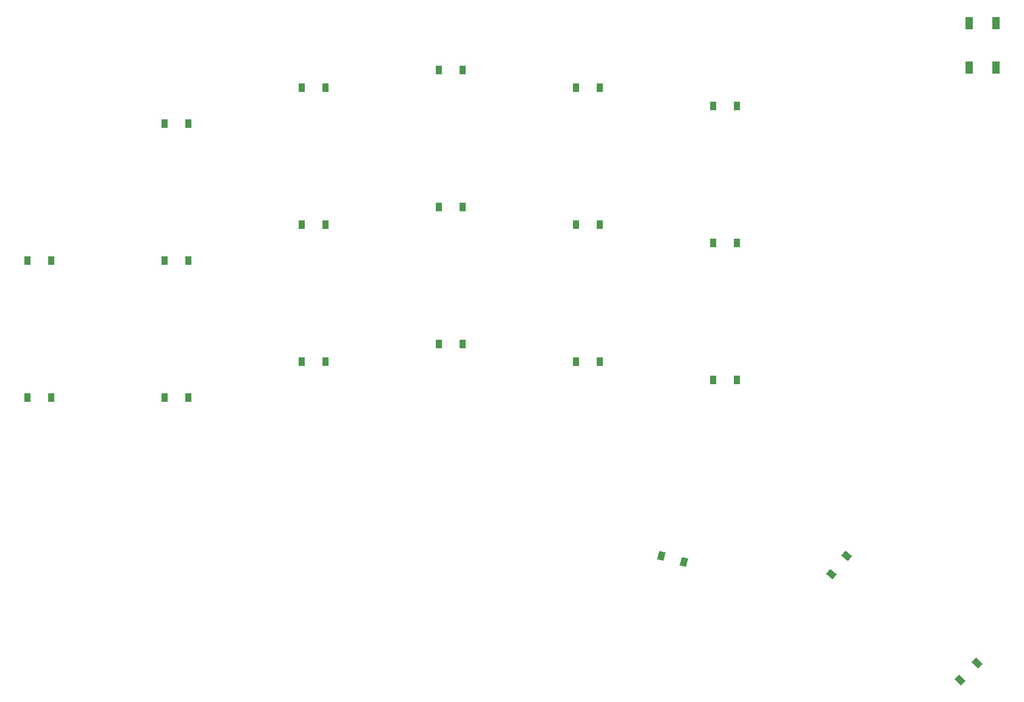
<source format=gbr>
%TF.GenerationSoftware,KiCad,Pcbnew,9.0.7*%
%TF.CreationDate,2026-02-06T22:36:50+02:00*%
%TF.ProjectId,juubo_left_finished,6a757562-6f5f-46c6-9566-745f66696e69,v1.0.0*%
%TF.SameCoordinates,Original*%
%TF.FileFunction,Paste,Top*%
%TF.FilePolarity,Positive*%
%FSLAX46Y46*%
G04 Gerber Fmt 4.6, Leading zero omitted, Abs format (unit mm)*
G04 Created by KiCad (PCBNEW 9.0.7) date 2026-02-06 22:36:50*
%MOMM*%
%LPD*%
G01*
G04 APERTURE LIST*
G04 Aperture macros list*
%AMRotRect*
0 Rectangle, with rotation*
0 The origin of the aperture is its center*
0 $1 length*
0 $2 width*
0 $3 Rotation angle, in degrees counterclockwise*
0 Add horizontal line*
21,1,$1,$2,0,0,$3*%
G04 Aperture macros list end*
%ADD10R,1.100000X1.800000*%
%ADD11R,0.900000X1.200000*%
%ADD12RotRect,0.900000X1.200000X345.000000*%
%ADD13RotRect,0.900000X1.200000X230.000000*%
%ADD14RotRect,0.900000X1.200000X225.000000*%
G04 APERTURE END LIST*
D10*
%TO.C,B1*%
X229127500Y-59110000D03*
X229127500Y-52910000D03*
X232827500Y-59110000D03*
X232827500Y-52910000D03*
%TD*%
D11*
%TO.C,D1*%
X98350000Y-105000000D03*
X101650000Y-105000000D03*
%TD*%
%TO.C,D9*%
X155500000Y-97500000D03*
X158800000Y-97500000D03*
%TD*%
D12*
%TO.C,D18*%
X186362127Y-126952579D03*
X189549683Y-127806679D03*
%TD*%
D11*
%TO.C,D16*%
X193600000Y-83450000D03*
X196900000Y-83450000D03*
%TD*%
%TO.C,D13*%
X174550000Y-80950000D03*
X177850000Y-80950000D03*
%TD*%
%TO.C,D6*%
X136450000Y-100000000D03*
X139750000Y-100000000D03*
%TD*%
%TO.C,D15*%
X193600000Y-102500000D03*
X196900000Y-102500000D03*
%TD*%
%TO.C,D7*%
X136450000Y-80950000D03*
X139750000Y-80950000D03*
%TD*%
%TO.C,D17*%
X193600000Y-64400000D03*
X196900000Y-64400000D03*
%TD*%
%TO.C,D12*%
X174550000Y-100000000D03*
X177850000Y-100000000D03*
%TD*%
%TO.C,D10*%
X155500000Y-78450000D03*
X158800000Y-78450000D03*
%TD*%
%TO.C,D2*%
X98350000Y-85950000D03*
X101650000Y-85950000D03*
%TD*%
%TO.C,D4*%
X117400000Y-85950000D03*
X120700000Y-85950000D03*
%TD*%
%TO.C,D3*%
X117400000Y-105000000D03*
X120700000Y-105000000D03*
%TD*%
D13*
%TO.C,D19*%
X212091033Y-127004996D03*
X209969833Y-129532942D03*
%TD*%
D11*
%TO.C,D14*%
X174550000Y-61900000D03*
X177850000Y-61900000D03*
%TD*%
%TO.C,D5*%
X117400000Y-66900000D03*
X120700000Y-66900000D03*
%TD*%
%TO.C,D11*%
X155500000Y-59400000D03*
X158800000Y-59400000D03*
%TD*%
%TO.C,D8*%
X136450000Y-61900000D03*
X139750000Y-61900000D03*
%TD*%
D14*
%TO.C,D20*%
X230236396Y-141888046D03*
X227902944Y-144221498D03*
%TD*%
M02*

</source>
